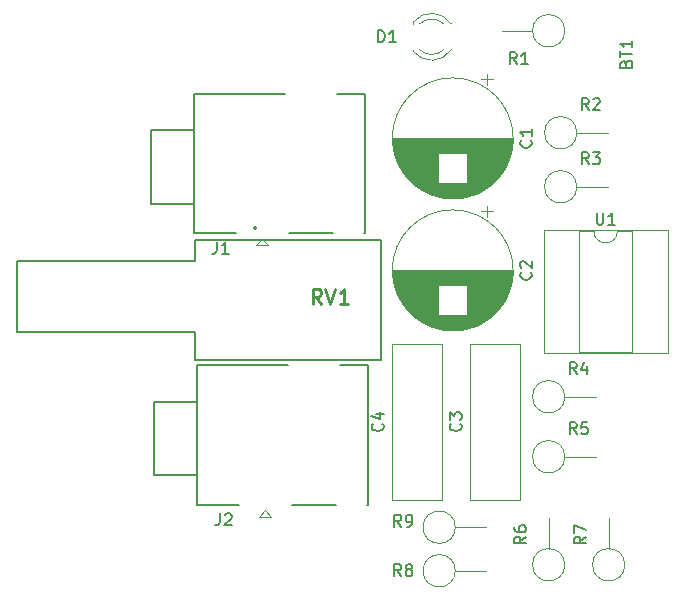
<source format=gbr>
%TF.GenerationSoftware,KiCad,Pcbnew,(5.1.6)-1*%
%TF.CreationDate,2020-06-12T21:02:23-04:00*%
%TF.ProjectId,cMoy,634d6f79-2e6b-4696-9361-645f70636258,rev?*%
%TF.SameCoordinates,Original*%
%TF.FileFunction,Legend,Top*%
%TF.FilePolarity,Positive*%
%FSLAX46Y46*%
G04 Gerber Fmt 4.6, Leading zero omitted, Abs format (unit mm)*
G04 Created by KiCad (PCBNEW (5.1.6)-1) date 2020-06-12 21:02:23*
%MOMM*%
%LPD*%
G01*
G04 APERTURE LIST*
%ADD10C,0.120000*%
%ADD11C,0.150000*%
%ADD12C,0.200000*%
%ADD13C,0.254000*%
G04 APERTURE END LIST*
D10*
%TO.C,C1*%
X141772000Y-37044000D02*
G75*
G03*
X141772000Y-37044000I-5120000J0D01*
G01*
X141732000Y-37044000D02*
X131572000Y-37044000D01*
X141732000Y-37084000D02*
X131572000Y-37084000D01*
X141732000Y-37124000D02*
X131572000Y-37124000D01*
X141731000Y-37164000D02*
X131573000Y-37164000D01*
X141730000Y-37204000D02*
X131574000Y-37204000D01*
X141729000Y-37244000D02*
X131575000Y-37244000D01*
X141727000Y-37284000D02*
X131577000Y-37284000D01*
X141725000Y-37324000D02*
X131579000Y-37324000D01*
X141722000Y-37364000D02*
X131582000Y-37364000D01*
X141720000Y-37404000D02*
X131584000Y-37404000D01*
X141717000Y-37444000D02*
X131587000Y-37444000D01*
X141714000Y-37484000D02*
X131590000Y-37484000D01*
X141710000Y-37524000D02*
X131594000Y-37524000D01*
X141706000Y-37564000D02*
X131598000Y-37564000D01*
X141702000Y-37604000D02*
X131602000Y-37604000D01*
X141697000Y-37644000D02*
X131607000Y-37644000D01*
X141692000Y-37684000D02*
X131612000Y-37684000D01*
X141687000Y-37724000D02*
X131617000Y-37724000D01*
X141682000Y-37765000D02*
X131622000Y-37765000D01*
X141676000Y-37805000D02*
X131628000Y-37805000D01*
X141670000Y-37845000D02*
X131634000Y-37845000D01*
X141663000Y-37885000D02*
X131641000Y-37885000D01*
X141656000Y-37925000D02*
X131648000Y-37925000D01*
X141649000Y-37965000D02*
X131655000Y-37965000D01*
X141642000Y-38005000D02*
X131662000Y-38005000D01*
X141634000Y-38045000D02*
X131670000Y-38045000D01*
X141626000Y-38085000D02*
X131678000Y-38085000D01*
X141617000Y-38125000D02*
X131687000Y-38125000D01*
X141608000Y-38165000D02*
X131696000Y-38165000D01*
X141599000Y-38205000D02*
X131705000Y-38205000D01*
X141590000Y-38245000D02*
X131714000Y-38245000D01*
X141580000Y-38285000D02*
X131724000Y-38285000D01*
X141570000Y-38325000D02*
X137893000Y-38325000D01*
X135411000Y-38325000D02*
X131734000Y-38325000D01*
X141559000Y-38365000D02*
X137893000Y-38365000D01*
X135411000Y-38365000D02*
X131745000Y-38365000D01*
X141549000Y-38405000D02*
X137893000Y-38405000D01*
X135411000Y-38405000D02*
X131755000Y-38405000D01*
X141537000Y-38445000D02*
X137893000Y-38445000D01*
X135411000Y-38445000D02*
X131767000Y-38445000D01*
X141526000Y-38485000D02*
X137893000Y-38485000D01*
X135411000Y-38485000D02*
X131778000Y-38485000D01*
X141514000Y-38525000D02*
X137893000Y-38525000D01*
X135411000Y-38525000D02*
X131790000Y-38525000D01*
X141502000Y-38565000D02*
X137893000Y-38565000D01*
X135411000Y-38565000D02*
X131802000Y-38565000D01*
X141489000Y-38605000D02*
X137893000Y-38605000D01*
X135411000Y-38605000D02*
X131815000Y-38605000D01*
X141476000Y-38645000D02*
X137893000Y-38645000D01*
X135411000Y-38645000D02*
X131828000Y-38645000D01*
X141463000Y-38685000D02*
X137893000Y-38685000D01*
X135411000Y-38685000D02*
X131841000Y-38685000D01*
X141449000Y-38725000D02*
X137893000Y-38725000D01*
X135411000Y-38725000D02*
X131855000Y-38725000D01*
X141435000Y-38765000D02*
X137893000Y-38765000D01*
X135411000Y-38765000D02*
X131869000Y-38765000D01*
X141420000Y-38805000D02*
X137893000Y-38805000D01*
X135411000Y-38805000D02*
X131884000Y-38805000D01*
X141406000Y-38845000D02*
X137893000Y-38845000D01*
X135411000Y-38845000D02*
X131898000Y-38845000D01*
X141390000Y-38885000D02*
X137893000Y-38885000D01*
X135411000Y-38885000D02*
X131914000Y-38885000D01*
X141375000Y-38925000D02*
X137893000Y-38925000D01*
X135411000Y-38925000D02*
X131929000Y-38925000D01*
X141359000Y-38965000D02*
X137893000Y-38965000D01*
X135411000Y-38965000D02*
X131945000Y-38965000D01*
X141342000Y-39005000D02*
X137893000Y-39005000D01*
X135411000Y-39005000D02*
X131962000Y-39005000D01*
X141326000Y-39045000D02*
X137893000Y-39045000D01*
X135411000Y-39045000D02*
X131978000Y-39045000D01*
X141309000Y-39085000D02*
X137893000Y-39085000D01*
X135411000Y-39085000D02*
X131995000Y-39085000D01*
X141291000Y-39125000D02*
X137893000Y-39125000D01*
X135411000Y-39125000D02*
X132013000Y-39125000D01*
X141273000Y-39165000D02*
X137893000Y-39165000D01*
X135411000Y-39165000D02*
X132031000Y-39165000D01*
X141255000Y-39205000D02*
X137893000Y-39205000D01*
X135411000Y-39205000D02*
X132049000Y-39205000D01*
X141236000Y-39245000D02*
X137893000Y-39245000D01*
X135411000Y-39245000D02*
X132068000Y-39245000D01*
X141216000Y-39285000D02*
X137893000Y-39285000D01*
X135411000Y-39285000D02*
X132088000Y-39285000D01*
X141197000Y-39325000D02*
X137893000Y-39325000D01*
X135411000Y-39325000D02*
X132107000Y-39325000D01*
X141177000Y-39365000D02*
X137893000Y-39365000D01*
X135411000Y-39365000D02*
X132127000Y-39365000D01*
X141156000Y-39405000D02*
X137893000Y-39405000D01*
X135411000Y-39405000D02*
X132148000Y-39405000D01*
X141135000Y-39445000D02*
X137893000Y-39445000D01*
X135411000Y-39445000D02*
X132169000Y-39445000D01*
X141114000Y-39485000D02*
X137893000Y-39485000D01*
X135411000Y-39485000D02*
X132190000Y-39485000D01*
X141092000Y-39525000D02*
X137893000Y-39525000D01*
X135411000Y-39525000D02*
X132212000Y-39525000D01*
X141069000Y-39565000D02*
X137893000Y-39565000D01*
X135411000Y-39565000D02*
X132235000Y-39565000D01*
X141047000Y-39605000D02*
X137893000Y-39605000D01*
X135411000Y-39605000D02*
X132257000Y-39605000D01*
X141023000Y-39645000D02*
X137893000Y-39645000D01*
X135411000Y-39645000D02*
X132281000Y-39645000D01*
X140999000Y-39685000D02*
X137893000Y-39685000D01*
X135411000Y-39685000D02*
X132305000Y-39685000D01*
X140975000Y-39725000D02*
X137893000Y-39725000D01*
X135411000Y-39725000D02*
X132329000Y-39725000D01*
X140950000Y-39765000D02*
X137893000Y-39765000D01*
X135411000Y-39765000D02*
X132354000Y-39765000D01*
X140925000Y-39805000D02*
X137893000Y-39805000D01*
X135411000Y-39805000D02*
X132379000Y-39805000D01*
X140899000Y-39845000D02*
X137893000Y-39845000D01*
X135411000Y-39845000D02*
X132405000Y-39845000D01*
X140873000Y-39885000D02*
X137893000Y-39885000D01*
X135411000Y-39885000D02*
X132431000Y-39885000D01*
X140846000Y-39925000D02*
X137893000Y-39925000D01*
X135411000Y-39925000D02*
X132458000Y-39925000D01*
X140818000Y-39965000D02*
X137893000Y-39965000D01*
X135411000Y-39965000D02*
X132486000Y-39965000D01*
X140790000Y-40005000D02*
X137893000Y-40005000D01*
X135411000Y-40005000D02*
X132514000Y-40005000D01*
X140762000Y-40045000D02*
X137893000Y-40045000D01*
X135411000Y-40045000D02*
X132542000Y-40045000D01*
X140732000Y-40085000D02*
X137893000Y-40085000D01*
X135411000Y-40085000D02*
X132572000Y-40085000D01*
X140702000Y-40125000D02*
X137893000Y-40125000D01*
X135411000Y-40125000D02*
X132602000Y-40125000D01*
X140672000Y-40165000D02*
X137893000Y-40165000D01*
X135411000Y-40165000D02*
X132632000Y-40165000D01*
X140641000Y-40205000D02*
X137893000Y-40205000D01*
X135411000Y-40205000D02*
X132663000Y-40205000D01*
X140609000Y-40245000D02*
X137893000Y-40245000D01*
X135411000Y-40245000D02*
X132695000Y-40245000D01*
X140577000Y-40285000D02*
X137893000Y-40285000D01*
X135411000Y-40285000D02*
X132727000Y-40285000D01*
X140544000Y-40325000D02*
X137893000Y-40325000D01*
X135411000Y-40325000D02*
X132760000Y-40325000D01*
X140510000Y-40365000D02*
X137893000Y-40365000D01*
X135411000Y-40365000D02*
X132794000Y-40365000D01*
X140476000Y-40405000D02*
X137893000Y-40405000D01*
X135411000Y-40405000D02*
X132828000Y-40405000D01*
X140441000Y-40445000D02*
X137893000Y-40445000D01*
X135411000Y-40445000D02*
X132863000Y-40445000D01*
X140405000Y-40485000D02*
X137893000Y-40485000D01*
X135411000Y-40485000D02*
X132899000Y-40485000D01*
X140368000Y-40525000D02*
X137893000Y-40525000D01*
X135411000Y-40525000D02*
X132936000Y-40525000D01*
X140331000Y-40565000D02*
X137893000Y-40565000D01*
X135411000Y-40565000D02*
X132973000Y-40565000D01*
X140292000Y-40605000D02*
X137893000Y-40605000D01*
X135411000Y-40605000D02*
X133012000Y-40605000D01*
X140253000Y-40645000D02*
X137893000Y-40645000D01*
X135411000Y-40645000D02*
X133051000Y-40645000D01*
X140213000Y-40685000D02*
X137893000Y-40685000D01*
X135411000Y-40685000D02*
X133091000Y-40685000D01*
X140172000Y-40725000D02*
X137893000Y-40725000D01*
X135411000Y-40725000D02*
X133132000Y-40725000D01*
X140130000Y-40765000D02*
X137893000Y-40765000D01*
X135411000Y-40765000D02*
X133174000Y-40765000D01*
X140088000Y-40805000D02*
X133216000Y-40805000D01*
X140044000Y-40845000D02*
X133260000Y-40845000D01*
X139999000Y-40885000D02*
X133305000Y-40885000D01*
X139953000Y-40925000D02*
X133351000Y-40925000D01*
X139906000Y-40965000D02*
X133398000Y-40965000D01*
X139858000Y-41005000D02*
X133446000Y-41005000D01*
X139808000Y-41045000D02*
X133496000Y-41045000D01*
X139758000Y-41085000D02*
X133546000Y-41085000D01*
X139706000Y-41125000D02*
X133598000Y-41125000D01*
X139652000Y-41165000D02*
X133652000Y-41165000D01*
X139597000Y-41205000D02*
X133707000Y-41205000D01*
X139541000Y-41245000D02*
X133763000Y-41245000D01*
X139482000Y-41285000D02*
X133822000Y-41285000D01*
X139422000Y-41325000D02*
X133882000Y-41325000D01*
X139361000Y-41365000D02*
X133943000Y-41365000D01*
X139297000Y-41405000D02*
X134007000Y-41405000D01*
X139231000Y-41445000D02*
X134073000Y-41445000D01*
X139162000Y-41485000D02*
X134142000Y-41485000D01*
X139091000Y-41525000D02*
X134213000Y-41525000D01*
X139017000Y-41565000D02*
X134287000Y-41565000D01*
X138941000Y-41605000D02*
X134363000Y-41605000D01*
X138861000Y-41645000D02*
X134443000Y-41645000D01*
X138777000Y-41685000D02*
X134527000Y-41685000D01*
X138689000Y-41725000D02*
X134615000Y-41725000D01*
X138596000Y-41765000D02*
X134708000Y-41765000D01*
X138498000Y-41805000D02*
X134806000Y-41805000D01*
X138394000Y-41845000D02*
X134910000Y-41845000D01*
X138282000Y-41885000D02*
X135022000Y-41885000D01*
X138162000Y-41925000D02*
X135142000Y-41925000D01*
X138030000Y-41965000D02*
X135274000Y-41965000D01*
X137882000Y-42005000D02*
X135422000Y-42005000D01*
X137714000Y-42045000D02*
X135590000Y-42045000D01*
X137514000Y-42085000D02*
X135790000Y-42085000D01*
X137251000Y-42125000D02*
X136053000Y-42125000D01*
X139527000Y-31564354D02*
X139527000Y-32564354D01*
X140027000Y-32064354D02*
X139027000Y-32064354D01*
%TO.C,C2*%
X140027000Y-43240354D02*
X139027000Y-43240354D01*
X139527000Y-42740354D02*
X139527000Y-43740354D01*
X137251000Y-53301000D02*
X136053000Y-53301000D01*
X137514000Y-53261000D02*
X135790000Y-53261000D01*
X137714000Y-53221000D02*
X135590000Y-53221000D01*
X137882000Y-53181000D02*
X135422000Y-53181000D01*
X138030000Y-53141000D02*
X135274000Y-53141000D01*
X138162000Y-53101000D02*
X135142000Y-53101000D01*
X138282000Y-53061000D02*
X135022000Y-53061000D01*
X138394000Y-53021000D02*
X134910000Y-53021000D01*
X138498000Y-52981000D02*
X134806000Y-52981000D01*
X138596000Y-52941000D02*
X134708000Y-52941000D01*
X138689000Y-52901000D02*
X134615000Y-52901000D01*
X138777000Y-52861000D02*
X134527000Y-52861000D01*
X138861000Y-52821000D02*
X134443000Y-52821000D01*
X138941000Y-52781000D02*
X134363000Y-52781000D01*
X139017000Y-52741000D02*
X134287000Y-52741000D01*
X139091000Y-52701000D02*
X134213000Y-52701000D01*
X139162000Y-52661000D02*
X134142000Y-52661000D01*
X139231000Y-52621000D02*
X134073000Y-52621000D01*
X139297000Y-52581000D02*
X134007000Y-52581000D01*
X139361000Y-52541000D02*
X133943000Y-52541000D01*
X139422000Y-52501000D02*
X133882000Y-52501000D01*
X139482000Y-52461000D02*
X133822000Y-52461000D01*
X139541000Y-52421000D02*
X133763000Y-52421000D01*
X139597000Y-52381000D02*
X133707000Y-52381000D01*
X139652000Y-52341000D02*
X133652000Y-52341000D01*
X139706000Y-52301000D02*
X133598000Y-52301000D01*
X139758000Y-52261000D02*
X133546000Y-52261000D01*
X139808000Y-52221000D02*
X133496000Y-52221000D01*
X139858000Y-52181000D02*
X133446000Y-52181000D01*
X139906000Y-52141000D02*
X133398000Y-52141000D01*
X139953000Y-52101000D02*
X133351000Y-52101000D01*
X139999000Y-52061000D02*
X133305000Y-52061000D01*
X140044000Y-52021000D02*
X133260000Y-52021000D01*
X140088000Y-51981000D02*
X133216000Y-51981000D01*
X135411000Y-51941000D02*
X133174000Y-51941000D01*
X140130000Y-51941000D02*
X137893000Y-51941000D01*
X135411000Y-51901000D02*
X133132000Y-51901000D01*
X140172000Y-51901000D02*
X137893000Y-51901000D01*
X135411000Y-51861000D02*
X133091000Y-51861000D01*
X140213000Y-51861000D02*
X137893000Y-51861000D01*
X135411000Y-51821000D02*
X133051000Y-51821000D01*
X140253000Y-51821000D02*
X137893000Y-51821000D01*
X135411000Y-51781000D02*
X133012000Y-51781000D01*
X140292000Y-51781000D02*
X137893000Y-51781000D01*
X135411000Y-51741000D02*
X132973000Y-51741000D01*
X140331000Y-51741000D02*
X137893000Y-51741000D01*
X135411000Y-51701000D02*
X132936000Y-51701000D01*
X140368000Y-51701000D02*
X137893000Y-51701000D01*
X135411000Y-51661000D02*
X132899000Y-51661000D01*
X140405000Y-51661000D02*
X137893000Y-51661000D01*
X135411000Y-51621000D02*
X132863000Y-51621000D01*
X140441000Y-51621000D02*
X137893000Y-51621000D01*
X135411000Y-51581000D02*
X132828000Y-51581000D01*
X140476000Y-51581000D02*
X137893000Y-51581000D01*
X135411000Y-51541000D02*
X132794000Y-51541000D01*
X140510000Y-51541000D02*
X137893000Y-51541000D01*
X135411000Y-51501000D02*
X132760000Y-51501000D01*
X140544000Y-51501000D02*
X137893000Y-51501000D01*
X135411000Y-51461000D02*
X132727000Y-51461000D01*
X140577000Y-51461000D02*
X137893000Y-51461000D01*
X135411000Y-51421000D02*
X132695000Y-51421000D01*
X140609000Y-51421000D02*
X137893000Y-51421000D01*
X135411000Y-51381000D02*
X132663000Y-51381000D01*
X140641000Y-51381000D02*
X137893000Y-51381000D01*
X135411000Y-51341000D02*
X132632000Y-51341000D01*
X140672000Y-51341000D02*
X137893000Y-51341000D01*
X135411000Y-51301000D02*
X132602000Y-51301000D01*
X140702000Y-51301000D02*
X137893000Y-51301000D01*
X135411000Y-51261000D02*
X132572000Y-51261000D01*
X140732000Y-51261000D02*
X137893000Y-51261000D01*
X135411000Y-51221000D02*
X132542000Y-51221000D01*
X140762000Y-51221000D02*
X137893000Y-51221000D01*
X135411000Y-51181000D02*
X132514000Y-51181000D01*
X140790000Y-51181000D02*
X137893000Y-51181000D01*
X135411000Y-51141000D02*
X132486000Y-51141000D01*
X140818000Y-51141000D02*
X137893000Y-51141000D01*
X135411000Y-51101000D02*
X132458000Y-51101000D01*
X140846000Y-51101000D02*
X137893000Y-51101000D01*
X135411000Y-51061000D02*
X132431000Y-51061000D01*
X140873000Y-51061000D02*
X137893000Y-51061000D01*
X135411000Y-51021000D02*
X132405000Y-51021000D01*
X140899000Y-51021000D02*
X137893000Y-51021000D01*
X135411000Y-50981000D02*
X132379000Y-50981000D01*
X140925000Y-50981000D02*
X137893000Y-50981000D01*
X135411000Y-50941000D02*
X132354000Y-50941000D01*
X140950000Y-50941000D02*
X137893000Y-50941000D01*
X135411000Y-50901000D02*
X132329000Y-50901000D01*
X140975000Y-50901000D02*
X137893000Y-50901000D01*
X135411000Y-50861000D02*
X132305000Y-50861000D01*
X140999000Y-50861000D02*
X137893000Y-50861000D01*
X135411000Y-50821000D02*
X132281000Y-50821000D01*
X141023000Y-50821000D02*
X137893000Y-50821000D01*
X135411000Y-50781000D02*
X132257000Y-50781000D01*
X141047000Y-50781000D02*
X137893000Y-50781000D01*
X135411000Y-50741000D02*
X132235000Y-50741000D01*
X141069000Y-50741000D02*
X137893000Y-50741000D01*
X135411000Y-50701000D02*
X132212000Y-50701000D01*
X141092000Y-50701000D02*
X137893000Y-50701000D01*
X135411000Y-50661000D02*
X132190000Y-50661000D01*
X141114000Y-50661000D02*
X137893000Y-50661000D01*
X135411000Y-50621000D02*
X132169000Y-50621000D01*
X141135000Y-50621000D02*
X137893000Y-50621000D01*
X135411000Y-50581000D02*
X132148000Y-50581000D01*
X141156000Y-50581000D02*
X137893000Y-50581000D01*
X135411000Y-50541000D02*
X132127000Y-50541000D01*
X141177000Y-50541000D02*
X137893000Y-50541000D01*
X135411000Y-50501000D02*
X132107000Y-50501000D01*
X141197000Y-50501000D02*
X137893000Y-50501000D01*
X135411000Y-50461000D02*
X132088000Y-50461000D01*
X141216000Y-50461000D02*
X137893000Y-50461000D01*
X135411000Y-50421000D02*
X132068000Y-50421000D01*
X141236000Y-50421000D02*
X137893000Y-50421000D01*
X135411000Y-50381000D02*
X132049000Y-50381000D01*
X141255000Y-50381000D02*
X137893000Y-50381000D01*
X135411000Y-50341000D02*
X132031000Y-50341000D01*
X141273000Y-50341000D02*
X137893000Y-50341000D01*
X135411000Y-50301000D02*
X132013000Y-50301000D01*
X141291000Y-50301000D02*
X137893000Y-50301000D01*
X135411000Y-50261000D02*
X131995000Y-50261000D01*
X141309000Y-50261000D02*
X137893000Y-50261000D01*
X135411000Y-50221000D02*
X131978000Y-50221000D01*
X141326000Y-50221000D02*
X137893000Y-50221000D01*
X135411000Y-50181000D02*
X131962000Y-50181000D01*
X141342000Y-50181000D02*
X137893000Y-50181000D01*
X135411000Y-50141000D02*
X131945000Y-50141000D01*
X141359000Y-50141000D02*
X137893000Y-50141000D01*
X135411000Y-50101000D02*
X131929000Y-50101000D01*
X141375000Y-50101000D02*
X137893000Y-50101000D01*
X135411000Y-50061000D02*
X131914000Y-50061000D01*
X141390000Y-50061000D02*
X137893000Y-50061000D01*
X135411000Y-50021000D02*
X131898000Y-50021000D01*
X141406000Y-50021000D02*
X137893000Y-50021000D01*
X135411000Y-49981000D02*
X131884000Y-49981000D01*
X141420000Y-49981000D02*
X137893000Y-49981000D01*
X135411000Y-49941000D02*
X131869000Y-49941000D01*
X141435000Y-49941000D02*
X137893000Y-49941000D01*
X135411000Y-49901000D02*
X131855000Y-49901000D01*
X141449000Y-49901000D02*
X137893000Y-49901000D01*
X135411000Y-49861000D02*
X131841000Y-49861000D01*
X141463000Y-49861000D02*
X137893000Y-49861000D01*
X135411000Y-49821000D02*
X131828000Y-49821000D01*
X141476000Y-49821000D02*
X137893000Y-49821000D01*
X135411000Y-49781000D02*
X131815000Y-49781000D01*
X141489000Y-49781000D02*
X137893000Y-49781000D01*
X135411000Y-49741000D02*
X131802000Y-49741000D01*
X141502000Y-49741000D02*
X137893000Y-49741000D01*
X135411000Y-49701000D02*
X131790000Y-49701000D01*
X141514000Y-49701000D02*
X137893000Y-49701000D01*
X135411000Y-49661000D02*
X131778000Y-49661000D01*
X141526000Y-49661000D02*
X137893000Y-49661000D01*
X135411000Y-49621000D02*
X131767000Y-49621000D01*
X141537000Y-49621000D02*
X137893000Y-49621000D01*
X135411000Y-49581000D02*
X131755000Y-49581000D01*
X141549000Y-49581000D02*
X137893000Y-49581000D01*
X135411000Y-49541000D02*
X131745000Y-49541000D01*
X141559000Y-49541000D02*
X137893000Y-49541000D01*
X135411000Y-49501000D02*
X131734000Y-49501000D01*
X141570000Y-49501000D02*
X137893000Y-49501000D01*
X141580000Y-49461000D02*
X131724000Y-49461000D01*
X141590000Y-49421000D02*
X131714000Y-49421000D01*
X141599000Y-49381000D02*
X131705000Y-49381000D01*
X141608000Y-49341000D02*
X131696000Y-49341000D01*
X141617000Y-49301000D02*
X131687000Y-49301000D01*
X141626000Y-49261000D02*
X131678000Y-49261000D01*
X141634000Y-49221000D02*
X131670000Y-49221000D01*
X141642000Y-49181000D02*
X131662000Y-49181000D01*
X141649000Y-49141000D02*
X131655000Y-49141000D01*
X141656000Y-49101000D02*
X131648000Y-49101000D01*
X141663000Y-49061000D02*
X131641000Y-49061000D01*
X141670000Y-49021000D02*
X131634000Y-49021000D01*
X141676000Y-48981000D02*
X131628000Y-48981000D01*
X141682000Y-48941000D02*
X131622000Y-48941000D01*
X141687000Y-48900000D02*
X131617000Y-48900000D01*
X141692000Y-48860000D02*
X131612000Y-48860000D01*
X141697000Y-48820000D02*
X131607000Y-48820000D01*
X141702000Y-48780000D02*
X131602000Y-48780000D01*
X141706000Y-48740000D02*
X131598000Y-48740000D01*
X141710000Y-48700000D02*
X131594000Y-48700000D01*
X141714000Y-48660000D02*
X131590000Y-48660000D01*
X141717000Y-48620000D02*
X131587000Y-48620000D01*
X141720000Y-48580000D02*
X131584000Y-48580000D01*
X141722000Y-48540000D02*
X131582000Y-48540000D01*
X141725000Y-48500000D02*
X131579000Y-48500000D01*
X141727000Y-48460000D02*
X131577000Y-48460000D01*
X141729000Y-48420000D02*
X131575000Y-48420000D01*
X141730000Y-48380000D02*
X131574000Y-48380000D01*
X141731000Y-48340000D02*
X131573000Y-48340000D01*
X141732000Y-48300000D02*
X131572000Y-48300000D01*
X141732000Y-48260000D02*
X131572000Y-48260000D01*
X141732000Y-48220000D02*
X131572000Y-48220000D01*
X141772000Y-48220000D02*
G75*
G03*
X141772000Y-48220000I-5120000J0D01*
G01*
%TO.C,C3*%
X138088000Y-67660000D02*
X138088000Y-54420000D01*
X142328000Y-67660000D02*
X142328000Y-54420000D01*
X138088000Y-67660000D02*
X142328000Y-67660000D01*
X138088000Y-54420000D02*
X142328000Y-54420000D01*
%TO.C,C4*%
X131484000Y-54420000D02*
X135724000Y-54420000D01*
X131484000Y-67660000D02*
X135724000Y-67660000D01*
X135724000Y-67660000D02*
X135724000Y-54420000D01*
X131484000Y-67660000D02*
X131484000Y-54420000D01*
%TO.C,D1*%
X133314000Y-29528000D02*
X133314000Y-29684000D01*
X133314000Y-27212000D02*
X133314000Y-27368000D01*
X136546335Y-27369392D02*
G75*
G03*
X133314000Y-27212484I-1672335J-1078608D01*
G01*
X136546335Y-29526608D02*
G75*
G02*
X133314000Y-29683516I-1672335J1078608D01*
G01*
X135915130Y-27368163D02*
G75*
G03*
X133833039Y-27368000I-1041130J-1079837D01*
G01*
X135915130Y-29527837D02*
G75*
G02*
X133833039Y-29528000I-1041130J1079837D01*
G01*
%TO.C,R1*%
X143410000Y-27940000D02*
X140800000Y-27940000D01*
X146150000Y-27940000D02*
G75*
G03*
X146150000Y-27940000I-1370000J0D01*
G01*
%TO.C,R2*%
X147166000Y-36576000D02*
G75*
G03*
X147166000Y-36576000I-1370000J0D01*
G01*
X147166000Y-36576000D02*
X149776000Y-36576000D01*
%TO.C,R3*%
X147166000Y-41148000D02*
X149776000Y-41148000D01*
X147166000Y-41148000D02*
G75*
G03*
X147166000Y-41148000I-1370000J0D01*
G01*
%TO.C,R4*%
X146150000Y-58928000D02*
G75*
G03*
X146150000Y-58928000I-1370000J0D01*
G01*
X146150000Y-58928000D02*
X148760000Y-58928000D01*
%TO.C,R5*%
X146150000Y-64008000D02*
X148760000Y-64008000D01*
X146150000Y-64008000D02*
G75*
G03*
X146150000Y-64008000I-1370000J0D01*
G01*
%TO.C,R6*%
X144780000Y-71782000D02*
X144780000Y-69172000D01*
X146150000Y-73152000D02*
G75*
G03*
X146150000Y-73152000I-1370000J0D01*
G01*
%TO.C,R7*%
X151230000Y-73152000D02*
G75*
G03*
X151230000Y-73152000I-1370000J0D01*
G01*
X149860000Y-71782000D02*
X149860000Y-69172000D01*
%TO.C,R8*%
X136879000Y-73660000D02*
G75*
G03*
X136879000Y-73660000I-1370000J0D01*
G01*
X136879000Y-73660000D02*
X139489000Y-73660000D01*
%TO.C,R9*%
X136879000Y-69977000D02*
X139489000Y-69977000D01*
X136879000Y-69977000D02*
G75*
G03*
X136879000Y-69977000I-1370000J0D01*
G01*
%TO.C,U1*%
X154856000Y-44838000D02*
X144356000Y-44838000D01*
X154856000Y-55238000D02*
X154856000Y-44838000D01*
X144356000Y-55238000D02*
X154856000Y-55238000D01*
X144356000Y-44838000D02*
X144356000Y-55238000D01*
X151856000Y-44898000D02*
X150606000Y-44898000D01*
X151856000Y-55178000D02*
X151856000Y-44898000D01*
X147356000Y-55178000D02*
X151856000Y-55178000D01*
X147356000Y-44898000D02*
X147356000Y-55178000D01*
X148606000Y-44898000D02*
X147356000Y-44898000D01*
X150606000Y-44898000D02*
G75*
G02*
X148606000Y-44898000I-1000000J0D01*
G01*
D11*
%TO.C,J1*%
X111123000Y-42569000D02*
X114723000Y-42569000D01*
X111123000Y-36369000D02*
X111123000Y-42569000D01*
X114723000Y-36369000D02*
X111123000Y-36369000D01*
X114723000Y-45069000D02*
X114723000Y-33269000D01*
X118273000Y-45069000D02*
X114723000Y-45069000D01*
X126523000Y-45069000D02*
X122773000Y-45069000D01*
X129223000Y-45069000D02*
X129123000Y-45069000D01*
X129223000Y-33269000D02*
X129223000Y-45069000D01*
X126823000Y-33269000D02*
X129223000Y-33269000D01*
X114723000Y-33269000D02*
X122473000Y-33269000D01*
D10*
X120523000Y-45569000D02*
X120023000Y-46119000D01*
X120023000Y-46119000D02*
X121023000Y-46119000D01*
X121023000Y-46119000D02*
X120523000Y-45569000D01*
%TO.C,J2*%
X121277000Y-69106000D02*
X120777000Y-68556000D01*
X120277000Y-69106000D02*
X121277000Y-69106000D01*
X120777000Y-68556000D02*
X120277000Y-69106000D01*
D11*
X114977000Y-56256000D02*
X122727000Y-56256000D01*
X127077000Y-56256000D02*
X129477000Y-56256000D01*
X129477000Y-56256000D02*
X129477000Y-68056000D01*
X129477000Y-68056000D02*
X129377000Y-68056000D01*
X126777000Y-68056000D02*
X123027000Y-68056000D01*
X118527000Y-68056000D02*
X114977000Y-68056000D01*
X114977000Y-68056000D02*
X114977000Y-56256000D01*
X114977000Y-59356000D02*
X111377000Y-59356000D01*
X111377000Y-59356000D02*
X111377000Y-65556000D01*
X111377000Y-65556000D02*
X114977000Y-65556000D01*
D12*
%TO.C,RV1*%
X120041000Y-44609000D02*
G75*
G03*
X120041000Y-44609000I-123000J0D01*
G01*
X114808000Y-55796000D02*
X130608000Y-55796000D01*
X114808000Y-53419000D02*
X114808000Y-55796000D01*
X99808000Y-53419000D02*
X114808000Y-53419000D01*
X99808000Y-47419000D02*
X99808000Y-53419000D01*
X114808000Y-47419000D02*
X99808000Y-47419000D01*
X114808000Y-45655000D02*
X114808000Y-47419000D01*
X130608000Y-45655000D02*
X114808000Y-45655000D01*
X130608000Y-55796000D02*
X130608000Y-45655000D01*
%TO.C,BT1*%
D11*
X151330571Y-30725714D02*
X151378190Y-30582857D01*
X151425809Y-30535238D01*
X151521047Y-30487619D01*
X151663904Y-30487619D01*
X151759142Y-30535238D01*
X151806761Y-30582857D01*
X151854380Y-30678095D01*
X151854380Y-31059047D01*
X150854380Y-31059047D01*
X150854380Y-30725714D01*
X150902000Y-30630476D01*
X150949619Y-30582857D01*
X151044857Y-30535238D01*
X151140095Y-30535238D01*
X151235333Y-30582857D01*
X151282952Y-30630476D01*
X151330571Y-30725714D01*
X151330571Y-31059047D01*
X150854380Y-30201904D02*
X150854380Y-29630476D01*
X151854380Y-29916190D02*
X150854380Y-29916190D01*
X151854380Y-28773333D02*
X151854380Y-29344761D01*
X151854380Y-29059047D02*
X150854380Y-29059047D01*
X150997238Y-29154285D01*
X151092476Y-29249523D01*
X151140095Y-29344761D01*
%TO.C,C1*%
X143259142Y-37210666D02*
X143306761Y-37258285D01*
X143354380Y-37401142D01*
X143354380Y-37496380D01*
X143306761Y-37639238D01*
X143211523Y-37734476D01*
X143116285Y-37782095D01*
X142925809Y-37829714D01*
X142782952Y-37829714D01*
X142592476Y-37782095D01*
X142497238Y-37734476D01*
X142402000Y-37639238D01*
X142354380Y-37496380D01*
X142354380Y-37401142D01*
X142402000Y-37258285D01*
X142449619Y-37210666D01*
X143354380Y-36258285D02*
X143354380Y-36829714D01*
X143354380Y-36544000D02*
X142354380Y-36544000D01*
X142497238Y-36639238D01*
X142592476Y-36734476D01*
X142640095Y-36829714D01*
%TO.C,C2*%
X143259142Y-48386666D02*
X143306761Y-48434285D01*
X143354380Y-48577142D01*
X143354380Y-48672380D01*
X143306761Y-48815238D01*
X143211523Y-48910476D01*
X143116285Y-48958095D01*
X142925809Y-49005714D01*
X142782952Y-49005714D01*
X142592476Y-48958095D01*
X142497238Y-48910476D01*
X142402000Y-48815238D01*
X142354380Y-48672380D01*
X142354380Y-48577142D01*
X142402000Y-48434285D01*
X142449619Y-48386666D01*
X142449619Y-48005714D02*
X142402000Y-47958095D01*
X142354380Y-47862857D01*
X142354380Y-47624761D01*
X142402000Y-47529523D01*
X142449619Y-47481904D01*
X142544857Y-47434285D01*
X142640095Y-47434285D01*
X142782952Y-47481904D01*
X143354380Y-48053333D01*
X143354380Y-47434285D01*
%TO.C,C3*%
X137315142Y-61206666D02*
X137362761Y-61254285D01*
X137410380Y-61397142D01*
X137410380Y-61492380D01*
X137362761Y-61635238D01*
X137267523Y-61730476D01*
X137172285Y-61778095D01*
X136981809Y-61825714D01*
X136838952Y-61825714D01*
X136648476Y-61778095D01*
X136553238Y-61730476D01*
X136458000Y-61635238D01*
X136410380Y-61492380D01*
X136410380Y-61397142D01*
X136458000Y-61254285D01*
X136505619Y-61206666D01*
X136410380Y-60873333D02*
X136410380Y-60254285D01*
X136791333Y-60587619D01*
X136791333Y-60444761D01*
X136838952Y-60349523D01*
X136886571Y-60301904D01*
X136981809Y-60254285D01*
X137219904Y-60254285D01*
X137315142Y-60301904D01*
X137362761Y-60349523D01*
X137410380Y-60444761D01*
X137410380Y-60730476D01*
X137362761Y-60825714D01*
X137315142Y-60873333D01*
%TO.C,C4*%
X130711142Y-61206666D02*
X130758761Y-61254285D01*
X130806380Y-61397142D01*
X130806380Y-61492380D01*
X130758761Y-61635238D01*
X130663523Y-61730476D01*
X130568285Y-61778095D01*
X130377809Y-61825714D01*
X130234952Y-61825714D01*
X130044476Y-61778095D01*
X129949238Y-61730476D01*
X129854000Y-61635238D01*
X129806380Y-61492380D01*
X129806380Y-61397142D01*
X129854000Y-61254285D01*
X129901619Y-61206666D01*
X130139714Y-60349523D02*
X130806380Y-60349523D01*
X129758761Y-60587619D02*
X130473047Y-60825714D01*
X130473047Y-60206666D01*
%TO.C,D1*%
X130325904Y-28900380D02*
X130325904Y-27900380D01*
X130564000Y-27900380D01*
X130706857Y-27948000D01*
X130802095Y-28043238D01*
X130849714Y-28138476D01*
X130897333Y-28328952D01*
X130897333Y-28471809D01*
X130849714Y-28662285D01*
X130802095Y-28757523D01*
X130706857Y-28852761D01*
X130564000Y-28900380D01*
X130325904Y-28900380D01*
X131849714Y-28900380D02*
X131278285Y-28900380D01*
X131564000Y-28900380D02*
X131564000Y-27900380D01*
X131468761Y-28043238D01*
X131373523Y-28138476D01*
X131278285Y-28186095D01*
%TO.C,R1*%
X142073333Y-30762380D02*
X141740000Y-30286190D01*
X141501904Y-30762380D02*
X141501904Y-29762380D01*
X141882857Y-29762380D01*
X141978095Y-29810000D01*
X142025714Y-29857619D01*
X142073333Y-29952857D01*
X142073333Y-30095714D01*
X142025714Y-30190952D01*
X141978095Y-30238571D01*
X141882857Y-30286190D01*
X141501904Y-30286190D01*
X143025714Y-30762380D02*
X142454285Y-30762380D01*
X142740000Y-30762380D02*
X142740000Y-29762380D01*
X142644761Y-29905238D01*
X142549523Y-30000476D01*
X142454285Y-30048095D01*
%TO.C,R2*%
X148169333Y-34658380D02*
X147836000Y-34182190D01*
X147597904Y-34658380D02*
X147597904Y-33658380D01*
X147978857Y-33658380D01*
X148074095Y-33706000D01*
X148121714Y-33753619D01*
X148169333Y-33848857D01*
X148169333Y-33991714D01*
X148121714Y-34086952D01*
X148074095Y-34134571D01*
X147978857Y-34182190D01*
X147597904Y-34182190D01*
X148550285Y-33753619D02*
X148597904Y-33706000D01*
X148693142Y-33658380D01*
X148931238Y-33658380D01*
X149026476Y-33706000D01*
X149074095Y-33753619D01*
X149121714Y-33848857D01*
X149121714Y-33944095D01*
X149074095Y-34086952D01*
X148502666Y-34658380D01*
X149121714Y-34658380D01*
%TO.C,R3*%
X148169333Y-39230380D02*
X147836000Y-38754190D01*
X147597904Y-39230380D02*
X147597904Y-38230380D01*
X147978857Y-38230380D01*
X148074095Y-38278000D01*
X148121714Y-38325619D01*
X148169333Y-38420857D01*
X148169333Y-38563714D01*
X148121714Y-38658952D01*
X148074095Y-38706571D01*
X147978857Y-38754190D01*
X147597904Y-38754190D01*
X148502666Y-38230380D02*
X149121714Y-38230380D01*
X148788380Y-38611333D01*
X148931238Y-38611333D01*
X149026476Y-38658952D01*
X149074095Y-38706571D01*
X149121714Y-38801809D01*
X149121714Y-39039904D01*
X149074095Y-39135142D01*
X149026476Y-39182761D01*
X148931238Y-39230380D01*
X148645523Y-39230380D01*
X148550285Y-39182761D01*
X148502666Y-39135142D01*
%TO.C,R4*%
X147153333Y-57010380D02*
X146820000Y-56534190D01*
X146581904Y-57010380D02*
X146581904Y-56010380D01*
X146962857Y-56010380D01*
X147058095Y-56058000D01*
X147105714Y-56105619D01*
X147153333Y-56200857D01*
X147153333Y-56343714D01*
X147105714Y-56438952D01*
X147058095Y-56486571D01*
X146962857Y-56534190D01*
X146581904Y-56534190D01*
X148010476Y-56343714D02*
X148010476Y-57010380D01*
X147772380Y-55962761D02*
X147534285Y-56677047D01*
X148153333Y-56677047D01*
%TO.C,R5*%
X147153333Y-62090380D02*
X146820000Y-61614190D01*
X146581904Y-62090380D02*
X146581904Y-61090380D01*
X146962857Y-61090380D01*
X147058095Y-61138000D01*
X147105714Y-61185619D01*
X147153333Y-61280857D01*
X147153333Y-61423714D01*
X147105714Y-61518952D01*
X147058095Y-61566571D01*
X146962857Y-61614190D01*
X146581904Y-61614190D01*
X148058095Y-61090380D02*
X147581904Y-61090380D01*
X147534285Y-61566571D01*
X147581904Y-61518952D01*
X147677142Y-61471333D01*
X147915238Y-61471333D01*
X148010476Y-61518952D01*
X148058095Y-61566571D01*
X148105714Y-61661809D01*
X148105714Y-61899904D01*
X148058095Y-61995142D01*
X148010476Y-62042761D01*
X147915238Y-62090380D01*
X147677142Y-62090380D01*
X147581904Y-62042761D01*
X147534285Y-61995142D01*
%TO.C,R6*%
X142862380Y-70778666D02*
X142386190Y-71112000D01*
X142862380Y-71350095D02*
X141862380Y-71350095D01*
X141862380Y-70969142D01*
X141910000Y-70873904D01*
X141957619Y-70826285D01*
X142052857Y-70778666D01*
X142195714Y-70778666D01*
X142290952Y-70826285D01*
X142338571Y-70873904D01*
X142386190Y-70969142D01*
X142386190Y-71350095D01*
X141862380Y-69921523D02*
X141862380Y-70112000D01*
X141910000Y-70207238D01*
X141957619Y-70254857D01*
X142100476Y-70350095D01*
X142290952Y-70397714D01*
X142671904Y-70397714D01*
X142767142Y-70350095D01*
X142814761Y-70302476D01*
X142862380Y-70207238D01*
X142862380Y-70016761D01*
X142814761Y-69921523D01*
X142767142Y-69873904D01*
X142671904Y-69826285D01*
X142433809Y-69826285D01*
X142338571Y-69873904D01*
X142290952Y-69921523D01*
X142243333Y-70016761D01*
X142243333Y-70207238D01*
X142290952Y-70302476D01*
X142338571Y-70350095D01*
X142433809Y-70397714D01*
%TO.C,R7*%
X147942380Y-70778666D02*
X147466190Y-71112000D01*
X147942380Y-71350095D02*
X146942380Y-71350095D01*
X146942380Y-70969142D01*
X146990000Y-70873904D01*
X147037619Y-70826285D01*
X147132857Y-70778666D01*
X147275714Y-70778666D01*
X147370952Y-70826285D01*
X147418571Y-70873904D01*
X147466190Y-70969142D01*
X147466190Y-71350095D01*
X146942380Y-70445333D02*
X146942380Y-69778666D01*
X147942380Y-70207238D01*
%TO.C,R8*%
X132294333Y-74112380D02*
X131961000Y-73636190D01*
X131722904Y-74112380D02*
X131722904Y-73112380D01*
X132103857Y-73112380D01*
X132199095Y-73160000D01*
X132246714Y-73207619D01*
X132294333Y-73302857D01*
X132294333Y-73445714D01*
X132246714Y-73540952D01*
X132199095Y-73588571D01*
X132103857Y-73636190D01*
X131722904Y-73636190D01*
X132865761Y-73540952D02*
X132770523Y-73493333D01*
X132722904Y-73445714D01*
X132675285Y-73350476D01*
X132675285Y-73302857D01*
X132722904Y-73207619D01*
X132770523Y-73160000D01*
X132865761Y-73112380D01*
X133056238Y-73112380D01*
X133151476Y-73160000D01*
X133199095Y-73207619D01*
X133246714Y-73302857D01*
X133246714Y-73350476D01*
X133199095Y-73445714D01*
X133151476Y-73493333D01*
X133056238Y-73540952D01*
X132865761Y-73540952D01*
X132770523Y-73588571D01*
X132722904Y-73636190D01*
X132675285Y-73731428D01*
X132675285Y-73921904D01*
X132722904Y-74017142D01*
X132770523Y-74064761D01*
X132865761Y-74112380D01*
X133056238Y-74112380D01*
X133151476Y-74064761D01*
X133199095Y-74017142D01*
X133246714Y-73921904D01*
X133246714Y-73731428D01*
X133199095Y-73636190D01*
X133151476Y-73588571D01*
X133056238Y-73540952D01*
%TO.C,R9*%
X132294333Y-69921380D02*
X131961000Y-69445190D01*
X131722904Y-69921380D02*
X131722904Y-68921380D01*
X132103857Y-68921380D01*
X132199095Y-68969000D01*
X132246714Y-69016619D01*
X132294333Y-69111857D01*
X132294333Y-69254714D01*
X132246714Y-69349952D01*
X132199095Y-69397571D01*
X132103857Y-69445190D01*
X131722904Y-69445190D01*
X132770523Y-69921380D02*
X132961000Y-69921380D01*
X133056238Y-69873761D01*
X133103857Y-69826142D01*
X133199095Y-69683285D01*
X133246714Y-69492809D01*
X133246714Y-69111857D01*
X133199095Y-69016619D01*
X133151476Y-68969000D01*
X133056238Y-68921380D01*
X132865761Y-68921380D01*
X132770523Y-68969000D01*
X132722904Y-69016619D01*
X132675285Y-69111857D01*
X132675285Y-69349952D01*
X132722904Y-69445190D01*
X132770523Y-69492809D01*
X132865761Y-69540428D01*
X133056238Y-69540428D01*
X133151476Y-69492809D01*
X133199095Y-69445190D01*
X133246714Y-69349952D01*
%TO.C,U1*%
X148844095Y-43350380D02*
X148844095Y-44159904D01*
X148891714Y-44255142D01*
X148939333Y-44302761D01*
X149034571Y-44350380D01*
X149225047Y-44350380D01*
X149320285Y-44302761D01*
X149367904Y-44255142D01*
X149415523Y-44159904D01*
X149415523Y-43350380D01*
X150415523Y-44350380D02*
X149844095Y-44350380D01*
X150129809Y-44350380D02*
X150129809Y-43350380D01*
X150034571Y-43493238D01*
X149939333Y-43588476D01*
X149844095Y-43636095D01*
%TO.C,J1*%
X116689666Y-45821380D02*
X116689666Y-46535666D01*
X116642047Y-46678523D01*
X116546809Y-46773761D01*
X116403952Y-46821380D01*
X116308714Y-46821380D01*
X117689666Y-46821380D02*
X117118238Y-46821380D01*
X117403952Y-46821380D02*
X117403952Y-45821380D01*
X117308714Y-45964238D01*
X117213476Y-46059476D01*
X117118238Y-46107095D01*
%TO.C,J2*%
X116943666Y-68808380D02*
X116943666Y-69522666D01*
X116896047Y-69665523D01*
X116800809Y-69760761D01*
X116657952Y-69808380D01*
X116562714Y-69808380D01*
X117372238Y-68903619D02*
X117419857Y-68856000D01*
X117515095Y-68808380D01*
X117753190Y-68808380D01*
X117848428Y-68856000D01*
X117896047Y-68903619D01*
X117943666Y-68998857D01*
X117943666Y-69094095D01*
X117896047Y-69236952D01*
X117324619Y-69808380D01*
X117943666Y-69808380D01*
%TO.C,RV1*%
D13*
X125519047Y-51047523D02*
X125095714Y-50442761D01*
X124793333Y-51047523D02*
X124793333Y-49777523D01*
X125277142Y-49777523D01*
X125398095Y-49838000D01*
X125458571Y-49898476D01*
X125519047Y-50019428D01*
X125519047Y-50200857D01*
X125458571Y-50321809D01*
X125398095Y-50382285D01*
X125277142Y-50442761D01*
X124793333Y-50442761D01*
X125881904Y-49777523D02*
X126305238Y-51047523D01*
X126728571Y-49777523D01*
X127817142Y-51047523D02*
X127091428Y-51047523D01*
X127454285Y-51047523D02*
X127454285Y-49777523D01*
X127333333Y-49958952D01*
X127212380Y-50079904D01*
X127091428Y-50140380D01*
%TD*%
M02*

</source>
